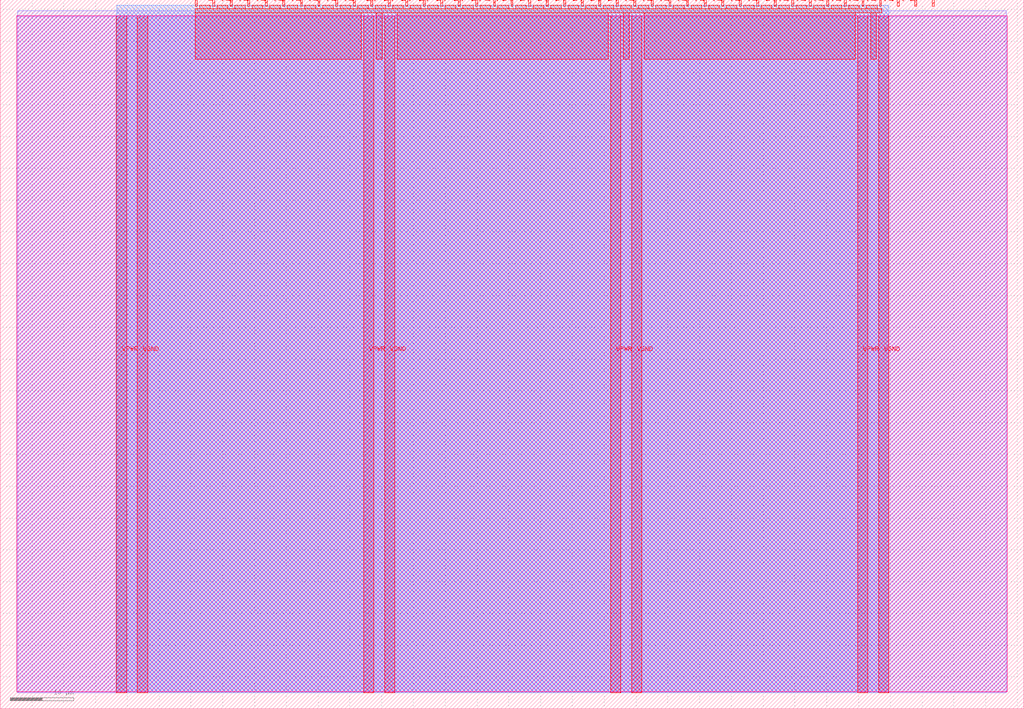
<source format=lef>
VERSION 5.7 ;
  NOWIREEXTENSIONATPIN ON ;
  DIVIDERCHAR "/" ;
  BUSBITCHARS "[]" ;
MACRO tt_um_spacewar
  CLASS BLOCK ;
  FOREIGN tt_um_spacewar ;
  ORIGIN 0.000 0.000 ;
  SIZE 161.000 BY 111.520 ;
  PIN VGND
    DIRECTION INOUT ;
    USE GROUND ;
    PORT
      LAYER met4 ;
        RECT 21.580 2.480 23.180 109.040 ;
    END
    PORT
      LAYER met4 ;
        RECT 60.450 2.480 62.050 109.040 ;
    END
    PORT
      LAYER met4 ;
        RECT 99.320 2.480 100.920 109.040 ;
    END
    PORT
      LAYER met4 ;
        RECT 138.190 2.480 139.790 109.040 ;
    END
  END VGND
  PIN VPWR
    DIRECTION INOUT ;
    USE POWER ;
    PORT
      LAYER met4 ;
        RECT 18.280 2.480 19.880 109.040 ;
    END
    PORT
      LAYER met4 ;
        RECT 57.150 2.480 58.750 109.040 ;
    END
    PORT
      LAYER met4 ;
        RECT 96.020 2.480 97.620 109.040 ;
    END
    PORT
      LAYER met4 ;
        RECT 134.890 2.480 136.490 109.040 ;
    END
  END VPWR
  PIN clk
    DIRECTION INPUT ;
    USE SIGNAL ;
    PORT
      LAYER met4 ;
        RECT 143.830 110.520 144.130 111.520 ;
    END
  END clk
  PIN ena
    DIRECTION INPUT ;
    USE SIGNAL ;
    PORT
      LAYER met4 ;
        RECT 146.590 110.520 146.890 111.520 ;
    END
  END ena
  PIN rst_n
    DIRECTION INPUT ;
    USE SIGNAL ;
    PORT
      LAYER met4 ;
        RECT 141.070 110.520 141.370 111.520 ;
    END
  END rst_n
  PIN ui_in[0]
    DIRECTION INPUT ;
    USE SIGNAL ;
    ANTENNAGATEAREA 0.196500 ;
    PORT
      LAYER met4 ;
        RECT 138.310 110.520 138.610 111.520 ;
    END
  END ui_in[0]
  PIN ui_in[1]
    DIRECTION INPUT ;
    USE SIGNAL ;
    ANTENNAGATEAREA 0.213000 ;
    PORT
      LAYER met4 ;
        RECT 135.550 110.520 135.850 111.520 ;
    END
  END ui_in[1]
  PIN ui_in[2]
    DIRECTION INPUT ;
    USE SIGNAL ;
    ANTENNAGATEAREA 0.196500 ;
    PORT
      LAYER met4 ;
        RECT 132.790 110.520 133.090 111.520 ;
    END
  END ui_in[2]
  PIN ui_in[3]
    DIRECTION INPUT ;
    USE SIGNAL ;
    ANTENNAGATEAREA 0.196500 ;
    PORT
      LAYER met4 ;
        RECT 130.030 110.520 130.330 111.520 ;
    END
  END ui_in[3]
  PIN ui_in[4]
    DIRECTION INPUT ;
    USE SIGNAL ;
    ANTENNAGATEAREA 0.196500 ;
    PORT
      LAYER met4 ;
        RECT 127.270 110.520 127.570 111.520 ;
    END
  END ui_in[4]
  PIN ui_in[5]
    DIRECTION INPUT ;
    USE SIGNAL ;
    ANTENNAGATEAREA 0.196500 ;
    PORT
      LAYER met4 ;
        RECT 124.510 110.520 124.810 111.520 ;
    END
  END ui_in[5]
  PIN ui_in[6]
    DIRECTION INPUT ;
    USE SIGNAL ;
    ANTENNAGATEAREA 0.196500 ;
    PORT
      LAYER met4 ;
        RECT 121.750 110.520 122.050 111.520 ;
    END
  END ui_in[6]
  PIN ui_in[7]
    DIRECTION INPUT ;
    USE SIGNAL ;
    ANTENNAGATEAREA 0.196500 ;
    PORT
      LAYER met4 ;
        RECT 118.990 110.520 119.290 111.520 ;
    END
  END ui_in[7]
  PIN uio_in[0]
    DIRECTION INPUT ;
    USE SIGNAL ;
    ANTENNAGATEAREA 0.196500 ;
    PORT
      LAYER met4 ;
        RECT 116.230 110.520 116.530 111.520 ;
    END
  END uio_in[0]
  PIN uio_in[1]
    DIRECTION INPUT ;
    USE SIGNAL ;
    ANTENNAGATEAREA 0.213000 ;
    PORT
      LAYER met4 ;
        RECT 113.470 110.520 113.770 111.520 ;
    END
  END uio_in[1]
  PIN uio_in[2]
    DIRECTION INPUT ;
    USE SIGNAL ;
    ANTENNAGATEAREA 0.196500 ;
    PORT
      LAYER met4 ;
        RECT 110.710 110.520 111.010 111.520 ;
    END
  END uio_in[2]
  PIN uio_in[3]
    DIRECTION INPUT ;
    USE SIGNAL ;
    ANTENNAGATEAREA 0.196500 ;
    PORT
      LAYER met4 ;
        RECT 107.950 110.520 108.250 111.520 ;
    END
  END uio_in[3]
  PIN uio_in[4]
    DIRECTION INPUT ;
    USE SIGNAL ;
    ANTENNAGATEAREA 0.196500 ;
    PORT
      LAYER met4 ;
        RECT 105.190 110.520 105.490 111.520 ;
    END
  END uio_in[4]
  PIN uio_in[5]
    DIRECTION INPUT ;
    USE SIGNAL ;
    ANTENNAGATEAREA 0.196500 ;
    PORT
      LAYER met4 ;
        RECT 102.430 110.520 102.730 111.520 ;
    END
  END uio_in[5]
  PIN uio_in[6]
    DIRECTION INPUT ;
    USE SIGNAL ;
    ANTENNAGATEAREA 0.196500 ;
    PORT
      LAYER met4 ;
        RECT 99.670 110.520 99.970 111.520 ;
    END
  END uio_in[6]
  PIN uio_in[7]
    DIRECTION INPUT ;
    USE SIGNAL ;
    ANTENNAGATEAREA 0.196500 ;
    PORT
      LAYER met4 ;
        RECT 96.910 110.520 97.210 111.520 ;
    END
  END uio_in[7]
  PIN uio_oe[0]
    DIRECTION OUTPUT ;
    USE SIGNAL ;
    PORT
      LAYER met4 ;
        RECT 49.990 110.520 50.290 111.520 ;
    END
  END uio_oe[0]
  PIN uio_oe[1]
    DIRECTION OUTPUT ;
    USE SIGNAL ;
    PORT
      LAYER met4 ;
        RECT 47.230 110.520 47.530 111.520 ;
    END
  END uio_oe[1]
  PIN uio_oe[2]
    DIRECTION OUTPUT ;
    USE SIGNAL ;
    PORT
      LAYER met4 ;
        RECT 44.470 110.520 44.770 111.520 ;
    END
  END uio_oe[2]
  PIN uio_oe[3]
    DIRECTION OUTPUT ;
    USE SIGNAL ;
    PORT
      LAYER met4 ;
        RECT 41.710 110.520 42.010 111.520 ;
    END
  END uio_oe[3]
  PIN uio_oe[4]
    DIRECTION OUTPUT ;
    USE SIGNAL ;
    PORT
      LAYER met4 ;
        RECT 38.950 110.520 39.250 111.520 ;
    END
  END uio_oe[4]
  PIN uio_oe[5]
    DIRECTION OUTPUT ;
    USE SIGNAL ;
    PORT
      LAYER met4 ;
        RECT 36.190 110.520 36.490 111.520 ;
    END
  END uio_oe[5]
  PIN uio_oe[6]
    DIRECTION OUTPUT ;
    USE SIGNAL ;
    PORT
      LAYER met4 ;
        RECT 33.430 110.520 33.730 111.520 ;
    END
  END uio_oe[6]
  PIN uio_oe[7]
    DIRECTION OUTPUT ;
    USE SIGNAL ;
    PORT
      LAYER met4 ;
        RECT 30.670 110.520 30.970 111.520 ;
    END
  END uio_oe[7]
  PIN uio_out[0]
    DIRECTION OUTPUT ;
    USE SIGNAL ;
    PORT
      LAYER met4 ;
        RECT 72.070 110.520 72.370 111.520 ;
    END
  END uio_out[0]
  PIN uio_out[1]
    DIRECTION OUTPUT ;
    USE SIGNAL ;
    PORT
      LAYER met4 ;
        RECT 69.310 110.520 69.610 111.520 ;
    END
  END uio_out[1]
  PIN uio_out[2]
    DIRECTION OUTPUT ;
    USE SIGNAL ;
    PORT
      LAYER met4 ;
        RECT 66.550 110.520 66.850 111.520 ;
    END
  END uio_out[2]
  PIN uio_out[3]
    DIRECTION OUTPUT ;
    USE SIGNAL ;
    PORT
      LAYER met4 ;
        RECT 63.790 110.520 64.090 111.520 ;
    END
  END uio_out[3]
  PIN uio_out[4]
    DIRECTION OUTPUT ;
    USE SIGNAL ;
    PORT
      LAYER met4 ;
        RECT 61.030 110.520 61.330 111.520 ;
    END
  END uio_out[4]
  PIN uio_out[5]
    DIRECTION OUTPUT ;
    USE SIGNAL ;
    PORT
      LAYER met4 ;
        RECT 58.270 110.520 58.570 111.520 ;
    END
  END uio_out[5]
  PIN uio_out[6]
    DIRECTION OUTPUT ;
    USE SIGNAL ;
    PORT
      LAYER met4 ;
        RECT 55.510 110.520 55.810 111.520 ;
    END
  END uio_out[6]
  PIN uio_out[7]
    DIRECTION OUTPUT ;
    USE SIGNAL ;
    PORT
      LAYER met4 ;
        RECT 52.750 110.520 53.050 111.520 ;
    END
  END uio_out[7]
  PIN uo_out[0]
    DIRECTION OUTPUT ;
    USE SIGNAL ;
    ANTENNADIFFAREA 0.643500 ;
    PORT
      LAYER met4 ;
        RECT 94.150 110.520 94.450 111.520 ;
    END
  END uo_out[0]
  PIN uo_out[1]
    DIRECTION OUTPUT ;
    USE SIGNAL ;
    ANTENNADIFFAREA 1.721000 ;
    PORT
      LAYER met4 ;
        RECT 91.390 110.520 91.690 111.520 ;
    END
  END uo_out[1]
  PIN uo_out[2]
    DIRECTION OUTPUT ;
    USE SIGNAL ;
    ANTENNADIFFAREA 1.524450 ;
    PORT
      LAYER met4 ;
        RECT 88.630 110.520 88.930 111.520 ;
    END
  END uo_out[2]
  PIN uo_out[3]
    DIRECTION OUTPUT ;
    USE SIGNAL ;
    ANTENNADIFFAREA 1.524450 ;
    PORT
      LAYER met4 ;
        RECT 85.870 110.520 86.170 111.520 ;
    END
  END uo_out[3]
  PIN uo_out[4]
    DIRECTION OUTPUT ;
    USE SIGNAL ;
    ANTENNADIFFAREA 1.721000 ;
    PORT
      LAYER met4 ;
        RECT 83.110 110.520 83.410 111.520 ;
    END
  END uo_out[4]
  PIN uo_out[5]
    DIRECTION OUTPUT ;
    USE SIGNAL ;
    ANTENNADIFFAREA 1.721000 ;
    PORT
      LAYER met4 ;
        RECT 80.350 110.520 80.650 111.520 ;
    END
  END uo_out[5]
  PIN uo_out[6]
    DIRECTION OUTPUT ;
    USE SIGNAL ;
    ANTENNADIFFAREA 1.721000 ;
    PORT
      LAYER met4 ;
        RECT 77.590 110.520 77.890 111.520 ;
    END
  END uo_out[6]
  PIN uo_out[7]
    DIRECTION OUTPUT ;
    USE SIGNAL ;
    ANTENNADIFFAREA 1.721000 ;
    PORT
      LAYER met4 ;
        RECT 74.830 110.520 75.130 111.520 ;
    END
  END uo_out[7]
  OBS
      LAYER nwell ;
        RECT 2.570 2.635 158.430 108.990 ;
      LAYER li1 ;
        RECT 2.760 2.635 158.240 108.885 ;
      LAYER met1 ;
        RECT 2.760 2.480 158.240 109.780 ;
      LAYER met2 ;
        RECT 18.310 2.535 139.760 110.685 ;
      LAYER met3 ;
        RECT 18.290 2.555 139.780 110.665 ;
      LAYER met4 ;
        RECT 31.370 110.120 33.030 110.665 ;
        RECT 34.130 110.120 35.790 110.665 ;
        RECT 36.890 110.120 38.550 110.665 ;
        RECT 39.650 110.120 41.310 110.665 ;
        RECT 42.410 110.120 44.070 110.665 ;
        RECT 45.170 110.120 46.830 110.665 ;
        RECT 47.930 110.120 49.590 110.665 ;
        RECT 50.690 110.120 52.350 110.665 ;
        RECT 53.450 110.120 55.110 110.665 ;
        RECT 56.210 110.120 57.870 110.665 ;
        RECT 58.970 110.120 60.630 110.665 ;
        RECT 61.730 110.120 63.390 110.665 ;
        RECT 64.490 110.120 66.150 110.665 ;
        RECT 67.250 110.120 68.910 110.665 ;
        RECT 70.010 110.120 71.670 110.665 ;
        RECT 72.770 110.120 74.430 110.665 ;
        RECT 75.530 110.120 77.190 110.665 ;
        RECT 78.290 110.120 79.950 110.665 ;
        RECT 81.050 110.120 82.710 110.665 ;
        RECT 83.810 110.120 85.470 110.665 ;
        RECT 86.570 110.120 88.230 110.665 ;
        RECT 89.330 110.120 90.990 110.665 ;
        RECT 92.090 110.120 93.750 110.665 ;
        RECT 94.850 110.120 96.510 110.665 ;
        RECT 97.610 110.120 99.270 110.665 ;
        RECT 100.370 110.120 102.030 110.665 ;
        RECT 103.130 110.120 104.790 110.665 ;
        RECT 105.890 110.120 107.550 110.665 ;
        RECT 108.650 110.120 110.310 110.665 ;
        RECT 111.410 110.120 113.070 110.665 ;
        RECT 114.170 110.120 115.830 110.665 ;
        RECT 116.930 110.120 118.590 110.665 ;
        RECT 119.690 110.120 121.350 110.665 ;
        RECT 122.450 110.120 124.110 110.665 ;
        RECT 125.210 110.120 126.870 110.665 ;
        RECT 127.970 110.120 129.630 110.665 ;
        RECT 130.730 110.120 132.390 110.665 ;
        RECT 133.490 110.120 135.150 110.665 ;
        RECT 136.250 110.120 137.910 110.665 ;
        RECT 30.655 109.440 138.625 110.120 ;
        RECT 30.655 102.175 56.750 109.440 ;
        RECT 59.150 102.175 60.050 109.440 ;
        RECT 62.450 102.175 95.620 109.440 ;
        RECT 98.020 102.175 98.920 109.440 ;
        RECT 101.320 102.175 134.490 109.440 ;
        RECT 136.890 102.175 137.790 109.440 ;
  END
END tt_um_spacewar
END LIBRARY


</source>
